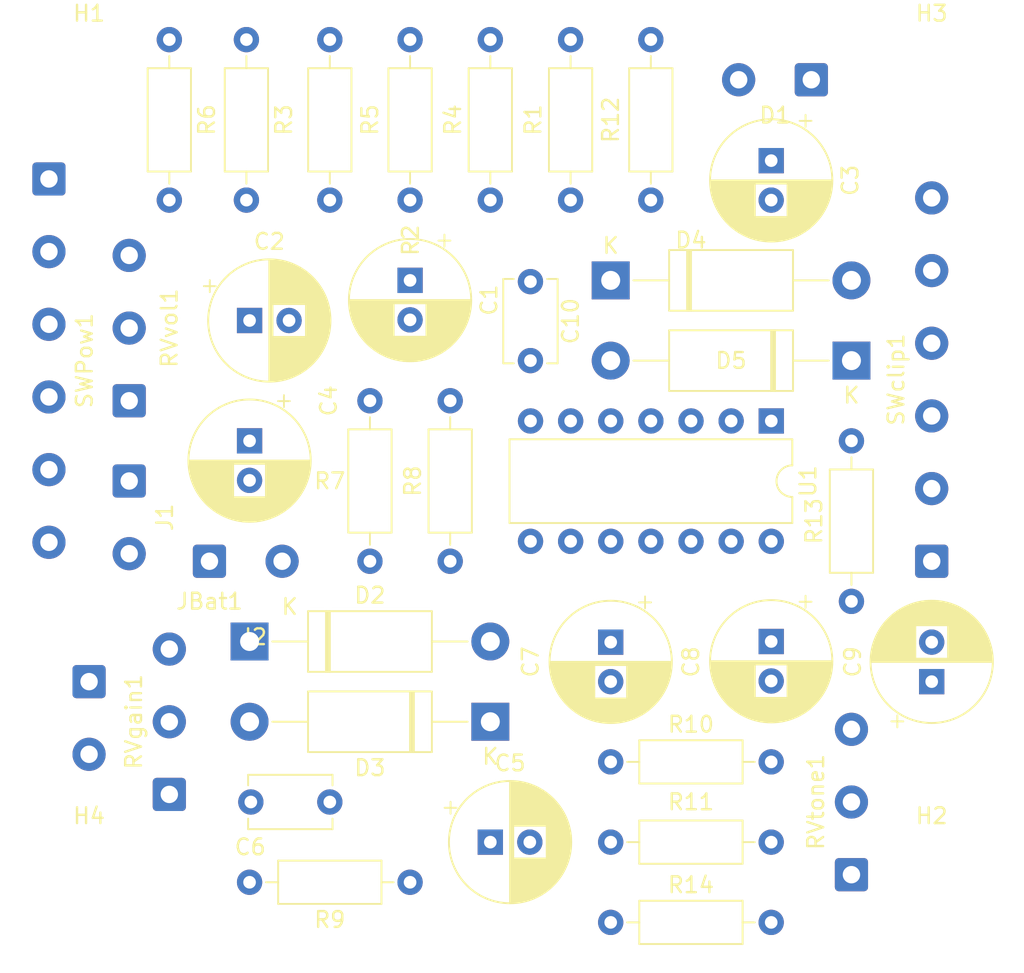
<source format=kicad_pcb>
(kicad_pcb (version 20211014) (generator pcbnew)
  (layers (0 "F.Cu" signal) (31 "B.Cu" signal) (34 "B.Paste" user) (35 "F.Paste" user) (36 "B.SilkS" user "B.Silkscreen") (37 "F.SilkS" user "F.Silkscreen") (38 "B.Mask" user) (39 "F.Mask" user) (44 "Edge.Cuts" user))
  (net 0 "")
  (net 1 "/Vhigh")
  (net 2 "GND")
  (net 3 "Net-(C2-Pad1)")
  (net 4 "Net-(C2-Pad2)")
  (net 5 "/Vmid")
  (net 6 "Net-(C4-Pad1)")
  (net 7 "Net-(C5-Pad1)")
  (net 8 "Net-(C6-Pad1)")
  (net 9 "Net-(C6-Pad2)")
  (net 10 "Net-(C7-Pad2)")
  (net 11 "Net-(C8-Pad1)")
  (net 12 "Net-(C8-Pad2)")
  (net 13 "Net-(C9-Pad1)")
  (net 14 "Net-(C9-Pad2)")
  (net 15 "/opamp4in")
  (net 16 "Net-(D1-Pad2)")
  (net 17 "Net-(D2-Pad2)")
  (net 18 "Net-(D4-Pad2)")
  (net 19 "+9V")
  (net 20 "/in")
  (net 21 "Net-(R7-Pad1)")
  (net 22 "Net-(R8-Pad2)")
  (net 23 "Net-(R13-Pad2)")
  (net 24 "Net-(R14-Pad1)")
  (net 25 "Net-(R14-Pad2)")
  (net 26 "Net-(RVvol1-Pad2)")
  (net 30 "Net-(SWPow1-Pad5)")
  (footprint "Capacitor_THT:C_Disc_D5.1mm_W3.2mm_P5.00mm" (layer "F.Cu") (at 149.86 78.74 90)
    (fp_text reference "C10" (at 2.5 2.54 90) (layer "F.SilkS"))
    (fp_text value "2.2n")
    (pad "1" thru_hole circle (at 0 0 90) (size 1.6 1.6) (drill 0.8) (layers *.Cu *.Mask) (net 15 "/opamp4in"))
    (pad "2" thru_hole circle (at 5 0 90) (size 1.6 1.6) (drill 0.8) (layers *.Cu *.Mask) (net 2 "GND"))
  )
  (footprint "Resistor_THT:R_Axial_DIN0207_L6.3mm_D2.5mm_P10.16mm_Horizontal" (layer "F.Cu") (at 147.32 68.58 90)
    (fp_text reference "R4" (at 5.08 -2.37 90) (layer "F.SilkS"))
    (fp_text value "10K")
    (pad "1" thru_hole circle (at 0 0 90) (size 1.6 1.6) (drill 0.8) (layers *.Cu *.Mask) (net 1 "/Vhigh"))
    (pad "2" thru_hole oval (at 10.16 0 90) (size 1.6 1.6) (drill 0.8) (layers *.Cu *.Mask) (net 5 "/Vmid"))
  )
  (footprint "Capacitor_THT:CP_Radial_D7.5mm_P2.50mm" (layer "F.Cu") (at 154.94 96.56 -90)
    (fp_text reference "C7" (at 1.25 5.08 90) (layer "F.SilkS"))
    (fp_text value "1u")
    (pad "1" thru_hole rect (at 0 0 270) (size 1.6 1.6) (drill 0.8) (layers *.Cu *.Mask) (net 9 "Net-(C6-Pad2)"))
    (pad "2" thru_hole circle (at 2.5 0 270) (size 1.6 1.6) (drill 0.8) (layers *.Cu *.Mask) (net 10 "Net-(C7-Pad2)"))
  )
  (footprint "Capacitor_THT:CP_Radial_D7.5mm_P2.50mm" (layer "F.Cu") (at 147.32 109.22)
    (fp_text reference "C5" (at 1.25 -5) (layer "F.SilkS"))
    (fp_text value "220n")
    (pad "1" thru_hole rect (at 0 0) (size 1.6 1.6) (drill 0.8) (layers *.Cu *.Mask) (net 7 "Net-(C5-Pad1)"))
    (pad "2" thru_hole circle (at 2.5 0) (size 1.6 1.6) (drill 0.8) (layers *.Cu *.Mask) (net 2 "GND"))
  )
  (footprint "Resistor_THT:R_Axial_DIN0207_L6.3mm_D2.5mm_P10.16mm_Horizontal" (layer "F.Cu") (at 152.4 68.58 90)
    (fp_text reference "R1" (at 5.08 -2.37 90) (layer "F.SilkS"))
    (fp_text value "500")
    (pad "1" thru_hole circle (at 0 0 90) (size 1.6 1.6) (drill 0.8) (layers *.Cu *.Mask) (net 1 "/Vhigh"))
    (pad "2" thru_hole oval (at 10.16 0 90) (size 1.6 1.6) (drill 0.8) (layers *.Cu *.Mask) (net 16 "Net-(D1-Pad2)"))
  )
  (footprint "Diode_THT:D_DO-15_P15.24mm_Horizontal" (layer "F.Cu") (at 132.08 96.52)
    (fp_text reference "D2" (at 7.62 -2.92) (layer "F.SilkS"))
    (fp_text value "D")
    (fp_text user "K" (at 2.54 -2.2) (layer "F.SilkS"))
    (pad "1" thru_hole rect (at 0 0) (size 2.4 2.4) (drill 1.2) (layers *.Cu *.Mask) (net 9 "Net-(C6-Pad2)"))
    (pad "2" thru_hole oval (at 15.24 0) (size 2.4 2.4) (drill 1.2) (layers *.Cu *.Mask) (net 17 "Net-(D2-Pad2)"))
  )
  (footprint "Resistor_THT:R_Axial_DIN0207_L6.3mm_D2.5mm_P10.16mm_Horizontal" (layer "F.Cu") (at 170.18 93.98 90)
    (fp_text reference "R13" (at 5.08 -2.37 90) (layer "F.SilkS"))
    (fp_text value "5K")
    (pad "1" thru_hole circle (at 0 0 90) (size 1.6 1.6) (drill 0.8) (layers *.Cu *.Mask) (net 14 "Net-(C9-Pad2)"))
    (pad "2" thru_hole oval (at 10.16 0 90) (size 1.6 1.6) (drill 0.8) (layers *.Cu *.Mask) (net 23 "Net-(R13-Pad2)"))
  )
  (footprint "Diode_THT:D_DO-15_P15.24mm_Horizontal" (layer "F.Cu") (at 147.32 101.6 180)
    (fp_text reference "D3" (at 7.62 -2.92) (layer "F.SilkS"))
    (fp_text value "D")
    (fp_text user "K" (at 0 -2.2) (layer "F.SilkS"))
    (pad "1" thru_hole rect (at 0 0 180) (size 2.4 2.4) (drill 1.2) (layers *.Cu *.Mask) (net 17 "Net-(D2-Pad2)"))
    (pad "2" thru_hole oval (at 15.24 0 180) (size 2.4 2.4) (drill 1.2) (layers *.Cu *.Mask) (net 9 "Net-(C6-Pad2)"))
  )
  (footprint "Resistor_THT:R_Axial_DIN0207_L6.3mm_D2.5mm_P10.16mm_Horizontal" (layer "F.Cu") (at 144.78 91.44 90)
    (fp_text reference "R8" (at 5.08 -2.37 90) (layer "F.SilkS"))
    (fp_text value "10K")
    (pad "1" thru_hole circle (at 0 0 90) (size 1.6 1.6) (drill 0.8) (layers *.Cu *.Mask) (net 21 "Net-(R7-Pad1)"))
    (pad "2" thru_hole oval (at 10.16 0 90) (size 1.6 1.6) (drill 0.8) (layers *.Cu *.Mask) (net 22 "Net-(R8-Pad2)"))
  )
  (footprint "Resistor_THT:R_Axial_DIN0207_L6.3mm_D2.5mm_P10.16mm_Horizontal" (layer "F.Cu") (at 131.88 58.42 -90)
    (fp_text reference "R3" (at 5.08 -2.37 90) (layer "F.SilkS"))
    (fp_text value "10K")
    (pad "1" thru_hole circle (at 0 0 270) (size 1.6 1.6) (drill 0.8) (layers *.Cu *.Mask) (net 20 "/in"))
    (pad "2" thru_hole oval (at 10.16 0 270) (size 1.6 1.6) (drill 0.8) (layers *.Cu *.Mask) (net 4 "Net-(C2-Pad2)"))
  )
  (footprint "MountingHole:MountingHole_3.2mm_M3" (layer "F.Cu") (at 175.26 111.76)
    (fp_text reference "H2" (at 0 -4.2) (layer "F.SilkS"))
    (fp_text value "MountingHole")
    (pad "" np_thru_hole circle (at 0 0) (size 3.2 3.2) (drill 3.2) (layers *.Cu *.Mask))
  )
  (footprint "Diode_THT:D_DO-15_P15.24mm_Horizontal" (layer "F.Cu") (at 154.94 73.66)
    (fp_text reference "D4" (at 5.08 -2.54) (layer "F.SilkS"))
    (fp_text value "D")
    (fp_text user "K" (at 0 -2.2) (layer "F.SilkS"))
    (pad "1" thru_hole rect (at 0 0) (size 2.4 2.4) (drill 1.2) (layers *.Cu *.Mask) (net 2 "GND"))
    (pad "2" thru_hole oval (at 15.24 0) (size 2.4 2.4) (drill 1.2) (layers *.Cu *.Mask) (net 18 "Net-(D4-Pad2)"))
  )
  (footprint "Resistor_THT:R_Axial_DIN0207_L6.3mm_D2.5mm_P10.16mm_Horizontal" (layer "F.Cu") (at 154.94 104.14)
    (fp_text reference "R10" (at 5.08 -2.37) (layer "F.SilkS"))
    (fp_text value "1K")
    (pad "1" thru_hole circle (at 0 0) (size 1.6 1.6) (drill 0.8) (layers *.Cu *.Mask) (net 10 "Net-(C7-Pad2)"))
    (pad "2" thru_hole oval (at 10.16 0) (size 1.6 1.6) (drill 0.8) (layers *.Cu *.Mask) (net 12 "Net-(C8-Pad2)"))
  )
  (footprint "Resistor_THT:R_Axial_DIN0207_L6.3mm_D2.5mm_P10.16mm_Horizontal" (layer "F.Cu") (at 142.24 58.42 -90)
    (fp_text reference "R5" (at 5.08 2.54 90) (layer "F.SilkS"))
    (fp_text value "10K")
    (pad "1" thru_hole circle (at 0 0 270) (size 1.6 1.6) (drill 0.8) (layers *.Cu *.Mask) (net 5 "/Vmid"))
    (pad "2" thru_hole oval (at 10.16 0 270) (size 1.6 1.6) (drill 0.8) (layers *.Cu *.Mask) (net 2 "GND"))
  )
  (footprint "Resistor_THT:R_Axial_DIN0207_L6.3mm_D2.5mm_P10.16mm_Horizontal" (layer "F.Cu") (at 165.1 109.22 180)
    (fp_text reference "R11" (at 5.08 2.54) (layer "F.SilkS"))
    (fp_text value "1M")
    (pad "1" thru_hole circle (at 0 0 180) (size 1.6 1.6) (drill 0.8) (layers *.Cu *.Mask) (net 12 "Net-(C8-Pad2)"))
    (pad "2" thru_hole oval (at 10.16 0 180) (size 1.6 1.6) (drill 0.8) (layers *.Cu *.Mask) (net 2 "GND"))
  )
  (footprint "Capacitor_THT:CP_Radial_D7.5mm_P2.50mm" (layer "F.Cu") (at 165.1 66.08 -90)
    (fp_text reference "C3" (at 1.25 -5 90) (layer "F.SilkS"))
    (fp_text value "47u")
    (pad "1" thru_hole rect (at 0 0 270) (size 1.6 1.6) (drill 0.8) (layers *.Cu *.Mask) (net 5 "/Vmid"))
    (pad "2" thru_hole circle (at 2.5 0 270) (size 1.6 1.6) (drill 0.8) (layers *.Cu *.Mask) (net 2 "GND"))
  )
  (footprint "Connector_Wire:SolderWire-0.5sqmm_1x02_P4.6mm_D0.9mm_OD2.1mm" (layer "F.Cu") (at 124.46 86.36 -90)
    (fp_text reference "J1" (at 2.3 -2.25 90) (layer "F.SilkS"))
    (fp_text value "AudioJack2")
    (pad "1" thru_hole roundrect (at 0 0 270) (size 2.1 2.1) (drill 1.1) (layers *.Cu *.Mask) (roundrect_rratio 0.119048) (net 20 "/in"))
    (pad "2" thru_hole circle (at 4.6 0 270) (size 2.1 2.1) (drill 1.1) (layers *.Cu *.Mask) (net 2 "GND"))
  )
  (footprint "Connector_Wire:SolderWire-0.5sqmm_1x03_P4.6mm_D0.9mm_OD2.1mm" (layer "F.Cu") (at 124.46 81.28 90)
    (fp_text reference "RVvol1" (at 4.6 2.54 90) (layer "F.SilkS"))
    (fp_text value "500")
    (pad "1" thru_hole roundrect (at 0 0 90) (size 2.1 2.1) (drill 1.1) (layers *.Cu *.Mask) (roundrect_rratio 0.119048) (net 23 "Net-(R13-Pad2)"))
    (pad "2" thru_hole circle (at 4.6 0 90) (size 2.1 2.1) (drill 1.1) (layers *.Cu *.Mask) (net 26 "Net-(RVvol1-Pad2)"))
    (pad "3" thru_hole circle (at 9.2 0 90) (size 2.1 2.1) (drill 1.1) (layers *.Cu *.Mask) (net 2 "GND"))
  )
  (footprint "Connector_Wire:SolderWire-0.5sqmm_1x06_P4.6mm_D0.9mm_OD2.1mm" (layer "F.Cu") (at 119.38 67.24 -90)
    (fp_text reference "SWPow1" (at 11.5 -2.25 90) (layer "F.SilkS"))
    (fp_text value "SW_DPDT_x2")
    (pad "1" thru_hole roundrect (at 0 0 270) (size 2.1 2.1) (drill 1.1) (layers *.Cu *.Mask) (roundrect_rratio 0.119048) (net 1 "/Vhigh"))
    (pad "2" thru_hole circle (at 4.6 0 270) (size 2.1 2.1) (drill 1.1) (layers *.Cu *.Mask) (net 19 "+9V"))
    (pad "3" thru_hole circle (at 9.2 0 270) (size 2.1 2.1) (drill 1.1) (layers *.Cu *.Mask))
    (pad "4" thru_hole circle (at 13.8 0 270) (size 2.1 2.1) (drill 1.1) (layers *.Cu *.Mask) (net 26 "Net-(RVvol1-Pad2)"))
    (pad "5" thru_hole circle (at 18.4 0 270) (size 2.1 2.1) (drill 1.1) (layers *.Cu *.Mask) (net 30 "Net-(SWPow1-Pad5)"))
    (pad "6" thru_hole circle (at 23 0 270) (size 2.1 2.1) (drill 1.1) (layers *.Cu *.Mask) (net 20 "/in"))
  )
  (footprint "Capacitor_THT:CP_Radial_D7.5mm_P2.50mm" (layer "F.Cu") (at 132.08 76.2)
    (fp_text reference "C2" (at 1.25 -5) (layer "F.SilkS"))
    (fp_text value "470n")
    (pad "1" thru_hole rect (at 0 0) (size 1.6 1.6) (drill 0.8) (layers *.Cu *.Mask) (net 3 "Net-(C2-Pad1)"))
    (pad "2" thru_hole circle (at 2.5 0) (size 1.6 1.6) (drill 0.8) (layers *.Cu *.Mask) (net 4 "Net-(C2-Pad2)"))
  )
  (footprint "Capacitor_THT:CP_Radial_D7.5mm_P2.50mm" (layer "F.Cu") (at 142.24 73.66 -90)
    (fp_text reference "C1" (at 1.25 -5 90) (layer "F.SilkS"))
    (fp_text value "47u")
    (pad "1" thru_hole rect (at 0 0 270) (size 1.6 1.6) (drill 0.8) (layers *.Cu *.Mask) (net 1 "/Vhigh"))
    (pad "2" thru_hole circle (at 2.5 0 270) (size 1.6 1.6) (drill 0.8) (layers *.Cu *.Mask) (net 2 "GND"))
  )
  (footprint "Connector_Wire:SolderWire-0.5sqmm_1x03_P4.6mm_D0.9mm_OD2.1mm" (layer "F.Cu") (at 127 106.2 90)
    (fp_text reference "RVgain1" (at 4.6 -2.25 90) (layer "F.SilkS"))
    (fp_text value "220K")
    (pad "1" thru_hole roundrect (at 0 0 90) (size 2.1 2.1) (drill 1.1) (layers *.Cu *.Mask) (roundrect_rratio 0.119048) (net 8 "Net-(C6-Pad1)"))
    (pad "2" thru_hole circle (at 4.6 0 90) (size 2.1 2.1) (drill 1.1) (layers *.Cu *.Mask) (net 9 "Net-(C6-Pad2)"))
    (pad "3" thru_hole circle (at 9.2 0 90) (size 2.1 2.1) (drill 1.1) (layers *.Cu *.Mask) (net 9 "Net-(C6-Pad2)"))
  )
  (footprint "Connector_Wire:SolderWire-0.5sqmm_1x02_P4.6mm_D0.9mm_OD2.1mm" (layer "F.Cu") (at 129.54 91.44)
    (fp_text reference "JBat1" (at 0 2.54) (layer "F.SilkS"))
    (fp_text value "Conn_01x02")
    (pad "1" thru_hole roundrect (at 0 0) (size 2.1 2.1) (drill 1.1) (layers *.Cu *.Mask) (roundrect_rratio 0.119048) (net 19 "+9V"))
    (pad "2" thru_hole circle (at 4.6 0) (size 2.1 2.1) (drill 1.1) (layers *.Cu *.Mask) (net 2 "GND"))
  )
  (footprint "MountingHole:MountingHole_3.2mm_M3" (layer "F.Cu") (at 121.92 60.96)
    (fp_text reference "H1" (at 0 -4.2) (layer "F.SilkS"))
    (fp_text value "MountingHole")
    (pad "" np_thru_hole circle (at 0 0) (size 3.2 3.2) (drill 3.2) (layers *.Cu *.Mask))
  )
  (footprint "Resistor_THT:R_Axial_DIN0207_L6.3mm_D2.5mm_P10.16mm_Horizontal" (layer "F.Cu") (at 157.48 58.42 -90)
    (fp_text reference "R12" (at 5.08 2.54 90) (layer "F.SilkS"))
    (fp_text value "1M")
    (pad "1" thru_hole circle (at 0 0 270) (size 1.6 1.6) (drill 0.8) (layers *.Cu *.Mask) (net 5 "/Vmid"))
    (pad "2" thru_hole oval (at 10.16 0 270) (size 1.6 1.6) (drill 0.8) (layers *.Cu *.Mask) (net 11 "Net-(C8-Pad1)"))
  )
  (footprint "Resistor_THT:R_Axial_DIN0207_L6.3mm_D2.5mm_P10.16mm_Horizontal" (layer "F.Cu") (at 127 58.42 -90)
    (fp_text reference "R6" (at 5.08 -2.37 90) (layer "F.SilkS"))
    (fp_text value "1M")
    (pad "1" thru_hole circle (at 0 0 270) (size 1.6 1.6) (drill 0.8) (layers *.Cu *.Mask) (net 5 "/Vmid"))
    (pad "2" thru_hole oval (at 10.16 0 270) (size 1.6 1.6) (drill 0.8) (layers *.Cu *.Mask) (net 3 "Net-(C2-Pad1)"))
  )
  (footprint "MountingHole:MountingHole_3.2mm_M3" (layer "F.Cu") (at 121.92 111.76)
    (fp_text reference "H4" (at 0 -4.2) (layer "F.SilkS"))
    (fp_text value "MountingHole")
    (pad "" np_thru_hole circle (at 0 0) (size 3.2 3.2) (drill 3.2) (layers *.Cu *.Mask))
  )
  (footprint "Package_DIP:DIP-14_W7.62mm" (layer "F.Cu") (at 165.105 82.56 -90)
    (fp_text reference "U1" (at 3.81 -2.33 90) (layer "F.SilkS"))
    (fp_text value "TLC274")
    (pad "1" thru_hole rect (at 0 0 270) (size 1.6 1.6) (drill 0.8) (layers *.Cu *.Mask) (net 13 "Net-(C9-Pad1)"))
    (pad "2" thru_hole oval (at 0 2.54 270) (size 1.6 1.6) (drill 0.8) (layers *.Cu *.Mask) (net 13 "Net-(C9-Pad1)"))
    (pad "3" thru_hole oval (at 0 5.08 270) (size 1.6 1.6) (drill 0.8) (layers *.Cu *.Mask) (net 15 "/opamp4in"))
    (pad "4" thru_hole oval (at 0 7.62 270) (size 1.6 1.6) (drill 0.8) (layers *.Cu *.Mask) (net 1 "/Vhigh"))
    (pad "5" thru_hole oval (at 0 10.16 270) (size 1.6 1.6) (drill 0.8) (layers *.Cu *.Mask) (net 3 "Net-(C2-Pad1)"))
    (pad "6" thru_hole oval (at 0 12.7 270) (size 1.6 1.6) (drill 0.8) (layers *.Cu *.Mask) (net 21 "Net-(R7-Pad1)"))
    (pad "7" thru_hole oval (at 0 15.24 270) (size 1.6 1.6) (drill 0.8) (layers *.Cu *.Mask) (net 22 "Net-(R8-Pad2)"))
    (pad "8" thru_hole oval (at 7.62 15.24 270) (size 1.6 1.6) (drill 0.8) (layers *.Cu *.Mask) (net 9 "Net-(C6-Pad2)"))
    (pad "9" thru_hole oval (at 7.62 12.7 270) (size 1.6 1.6) (drill 0.8) (layers *.Cu *.Mask) (net 8 "Net-(C6-Pad1)"))
    (pad "10" thru_hole oval (at 7.62 10.16 270) (size 1.6 1.6) (drill 0.8) (layers *.Cu *.Mask) (net 22 "Net-(R8-Pad2)"))
    (pad "11" thru_hole oval (at 7.62 7.62 270) (size 1.6 1.6) (drill 0.8) (layers *.Cu *.Mask) (net 2 "GND"))
    (pad "12" thru_hole oval (at 7.62 5.08 270) (size 1.6 1.6) (drill 0.8) (layers *.Cu *.Mask) (net 11 "Net-(C8-Pad1)"))
    (pad "13" thru_hole oval (at 7.62 2.54 270) (size 1.6 1.6) (drill 0.8) (layers *.Cu *.Mask) (net 24 "Net-(R14-Pad1)"))
    (pad "14" thru_hole oval (at 7.62 0 270) (size 1.6 1.6) (drill 0.8) (layers *.Cu *.Mask) (net 24 "Net-(R14-Pad1)"))
  )
  (footprint "Capacitor_THT:CP_Radial_D7.5mm_P2.50mm" (layer "F.Cu") (at 165.1 96.52 -90)
    (fp_text reference "C8" (at 1.29 5.08 90) (layer "F.SilkS"))
    (fp_text value "470n")
    (pad "1" thru_hole rect (at 0 0 270) (size 1.6 1.6) (drill 0.8) (layers *.Cu *.Mask) (net 11 "Net-(C8-Pad1)"))
    (pad "2" thru_hole circle (at 2.5 0 270) (size 1.6 1.6) (drill 0.8) (layers *.Cu *.Mask) (net 12 "Net-(C8-Pad2)"))
  )
  (footprint "Capacitor_THT:CP_Radial_D7.5mm_P2.50mm" (layer "F.Cu") (at 132.08 83.82 -90)
    (fp_text reference "C4" (at -2.54 -5 90) (layer "F.SilkS"))
    (fp_text value "220n")
    (pad "1" thru_hole rect (at 0 0 270) (size 1.6 1.6) (drill 0.8) (layers *.Cu *.Mask) (net 6 "Net-(C4-Pad1)"))
    (pad "2" thru_hole circle (at 2.5 0 270) (size 1.6 1.6) (drill 0.8) (layers *.Cu *.Mask) (net 2 "GND"))
  )
  (footprint "Resistor_THT:R_Axial_DIN0207_L6.3mm_D2.5mm_P10.16mm_Horizontal" (layer "F.Cu") (at 137.16 58.42 -90)
    (fp_text reference "R2" (at 12.7 -5.11 90) (layer "F.SilkS"))
    (fp_text value "1M")
    (pad "1" thru_hole circle (at 0 0 270) (size 1.6 1.6) (drill 0.8) (layers *.Cu *.Mask) (net 20 "/in"))
    (pad "2" thru_hole oval (at 10.16 0 270) (size 1.6 1.6) (drill 0.8) (layers *.Cu *.Mask) (net 2 "GND"))
  )
  (footprint "Connector_Wire:SolderWire-0.5sqmm_1x06_P4.6mm_D0.9mm_OD2.1mm" (layer "F.Cu") (at 175.26 91.44 90)
    (fp_text reference "SWclip1" (at 11.5 -2.25 90) (layer "F.SilkS"))
    (fp_text value "SW_DPDT_x2")
    (pad "1" thru_hole roundrect (at 0 0 90) (size 2.1 2.1) (drill 1.1) (layers *.Cu *.Mask) (roundrect_rratio 0.119048) (net 17 "Net-(D2-Pad2)"))
    (pad "2" thru_hole circle (at 4.6 0 90) (size 2.1 2.1) (drill 1.1) (layers *.Cu *.Mask) (net 8 "Net-(C6-Pad1)"))
    (pad "3" thru_hole circle (at 9.2 0 90) (size 2.1 2.1) (drill 1.1) (layers *.Cu *.Mask))
    (pad "4" thru_hole circle (at 13.8 0 90) (size 2.1 2.1) (drill 1.1) (layers *.Cu *.Mask))
    (pad "5" thru_hole circle (at 18.4 0 90) (size 2.1 2.1) (drill 1.1) (layers *.Cu *.Mask) (net 12 "Net-(C8-Pad2)"))
    (pad "6" thru_hole circle (at 23 0 90) (size 2.1 2.1) (drill 1.1) (layers *.Cu *.Mask) (net 18 "Net-(D4-Pad2)"))
  )
  (footprint "Diode_THT:D_DO-15_P15.24mm_Horizontal" (layer "F.Cu") (at 170.18 78.74 180)
    (fp_text reference "D5" (at 7.62 0) (layer "F.SilkS"))
    (fp_text value "D")
    (fp_text user "K" (at 0 -2.2) (layer "F.SilkS"))
    (pad "1" thru_hole rect (at 0 0 180) (size 2.4 2.4) (drill 1.2) (layers *.Cu *.Mask) (net 18 "Net-(D4-Pad2)"))
    (pad "2" thru_hole oval (at 15.24 0 180) (size 2.4 2.4) (drill 1.2) (layers *.Cu *.Mask) (net 2 "GND"))
  )
  (footprint "Connector_Wire:SolderWire-0.5sqmm_1x02_P4.6mm_D0.9mm_OD2.1mm" (layer "F.Cu") (at 121.92 99.06 -90)
    (fp_text reference "J2" (at -2.83 -10.4) (layer "F.SilkS"))
    (fp_text value "AudioJack2")
    (pad "1" thru_hole roundrect (at 0 0 270) (size 2.1 2.1) (drill 1.1) (layers *.Cu *.Mask) (roundrect_rratio 0.119048) (net 30 "Net-(SWPow1-Pad5)"))
    (pad "2" thru_hole circle (at 4.6 0 270) (size 2.1 2.1) (drill 1.1) (layers *.Cu *.Mask) (net 2 "GND"))
  )
  (footprint "Capacitor_THT:CP_Radial_D7.5mm_P2.50mm" (layer "F.Cu") (at 175.26 99.06 90)
    (fp_text reference "C9" (at 1.25 -5 90) (layer "F.SilkS"))
    (fp_text value "1u")
    (pad "1" thru_hole rect (at 0 0 90) (size 1.6 1.6) (drill 0.8) (layers *.Cu *.Mask) (net 13 "Net-(C9-Pad1)"))
    (pad "2" thru_hole circle (at 2.5 0 90) (size 1.6 1.6) (drill 0.8) (layers *.Cu *.Mask) (net 14 "Net-(C9-Pad2)"))
  )
  (footprint "Connector_Wire:SolderWire-0.5sqmm_1x02_P4.6mm_D0.9mm_OD2.1mm" (layer "F.Cu") (at 167.64 60.96 180)
    (fp_text reference "D1" (at 2.3 -2.25) (layer "F.SilkS"))
    (fp_text value "LED")
    (pad "1" thru_hole roundrect (at 0 0 180) (size 2.1 2.1) (drill 1.1) (layers *.Cu *.Mask) (roundrect_rratio 0.119048) (net 2 "GND"))
    (pad "2" thru_hole circle (at 4.6 0 180) (size 2.1 2.1) (drill 1.1) (layers *.Cu *.Mask) (net 16 "Net-(D1-Pad2)"))
  )
  (footprint "Resistor_THT:R_Axial_DIN0207_L6.3mm_D2.5mm_P10.16mm_Horizontal" (layer "F.Cu") (at 139.7 91.44 90)
    (fp_text reference "R7" (at 5.08 -2.54) (layer "F.SilkS"))
    (fp_text value "1K")
    (pad "1" thru_hole circle (at 0 0 90) (size 1.6 1.6) (drill 0.8) (layers *.Cu *.Mask) (net 21 "Net-(R7-Pad1)"))
    (pad "2" thru_hole oval (at 10.16 0 90) (size 1.6 1.6) (drill 0.8) (layers *.Cu *.Mask) (net 6 "Net-(C4-Pad1)"))
  )
  (footprint "Connector_Wire:SolderWire-0.5sqmm_1x03_P4.6mm_D0.9mm_OD2.1mm" (layer "F.Cu") (at 170.18 111.28 90)
    (fp_text reference "RVtone1" (at 4.6 -2.25 90) (layer "F.SilkS"))
    (fp_text value "220K")
    (pad "1" thru_hole roundrect (at 0 0 90) (size 2.1 2.1) (drill 1.1) (layers *.Cu *.Mask) (roundrect_rratio 0.119048) (net 25 "Net-(R14-Pad2)"))
    (pad "2" thru_hole circle (at 4.6 0 90) (size 2.1 2.1) (drill 1.1) (layers *.Cu *.Mask) (net 15 "/opamp4in"))
    (pad "3" thru_hole circle (at 9.2 0 90) (size 2.1 2.1) (drill 1.1) (layers *.Cu *.Mask) (net 15 "/opamp4in"))
  )
  (footprint "Resistor_THT:R_Axial_DIN0207_L6.3mm_D2.5mm_P10.16mm_Horizontal" (layer "F.Cu") (at 154.94 114.3)
    (fp_text reference "R14" (at 5.08 -2.37) (layer "F.SilkS"))
    (fp_text value "30K")
    (pad "1" thru_hole circle (at 0 0) (size 1.6 1.6) (drill 0.8) (layers *.Cu *.Mask) (net 24 "Net-(R14-Pad1)"))
    (pad "2" thru_hole oval (at 10.16 0) (size 1.6 1.6) (drill 0.8) (layers *.Cu *.Mask) (net 25 "Net-(R14-Pad2)"))
  )
  (footprint "Capacitor_THT:C_Disc_D5.1mm_W3.2mm_P5.00mm" (layer "F.Cu") (at 137.16 106.68 180)
    (fp_text reference "C6" (at 5.04 -2.85) (layer "F.SilkS"))
    (fp_text value "100p")
    (pad "1" thru_hole circle (at 0 0 180) (size 1.6 1.6) (drill 0.8) (layers *.Cu *.Mask) (net 8 "Net-(C6-Pad1)"))
    (pad "2" thru_hole circle (at 5 0 180) (size 1.6 1.6) (drill 0.8) (layers *.Cu *.Mask) (net 9 "Net-(C6-Pad2)"))
  )
  (footprint "MountingHole:MountingHole_3.2mm_M3" (layer "F.Cu") (at 175.26 60.96)
    (fp_text reference "H3" (at 0 -4.2) (layer "F.SilkS"))
    (fp_text value "MountingHole")
    (pad "" np_thru_hole circle (at 0 0) (size 3.2 3.2) (drill 3.2) (layers *.Cu *.Mask))
  )
  (footprint "Resistor_THT:R_Axial_DIN0207_L6.3mm_D2.5mm_P10.16mm_Horizontal" (layer "F.Cu") (at 142.24 111.76 180)
    (fp_text reference "R9" (at 5.08 -2.37) (layer "F.SilkS"))
    (fp_text value "1K")
    (pad "1" thru_hole circle (at 0 0 180) (size 1.6 1.6) (drill 0.8) (layers *.Cu *.Mask) (net 8 "Net-(C6-Pad1)"))
    (pad "2" thru_hole oval (at 10.16 0 180) (size 1.6 1.6) (drill 0.8) (layers *.Cu *.Mask) (net 7 "Net-(C5-Pad1)"))
  )
)
</source>
